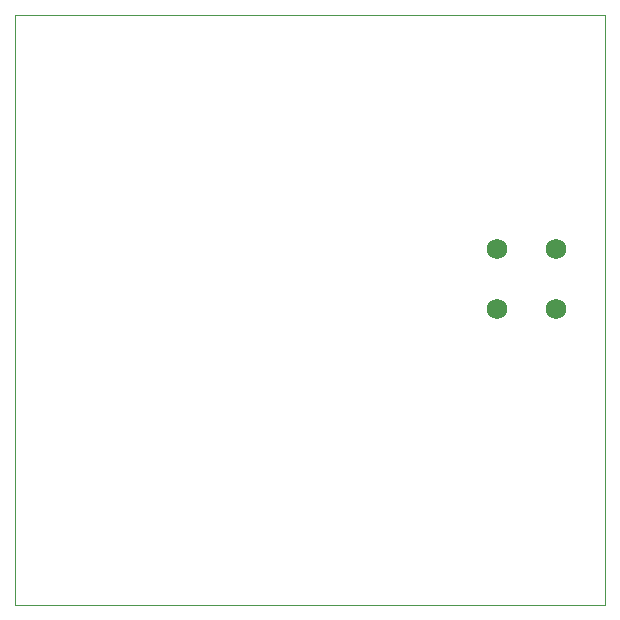
<source format=gbs>
G75*
%MOIN*%
%OFA0B0*%
%FSLAX24Y24*%
%IPPOS*%
%LPD*%
%AMOC8*
5,1,8,0,0,1.08239X$1,22.5*
%
%ADD10C,0.0000*%
%ADD11C,0.0690*%
D10*
X000180Y000180D02*
X000180Y019865D01*
X019865Y019865D01*
X019865Y000180D01*
X000180Y000180D01*
D11*
X016259Y010070D03*
X018227Y010070D03*
X018227Y012038D03*
X016259Y012038D03*
M02*

</source>
